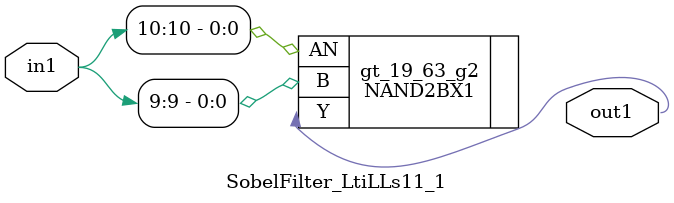
<source format=v>
`timescale 1ps / 1ps


module SobelFilter_LtiLLs11_1(in1, out1);
  input [10:0] in1;
  output out1;
  wire [10:0] in1;
  wire out1;
  NAND2BX1 gt_19_63_g2(.AN (in1[10]), .B (in1[9]), .Y (out1));
endmodule


</source>
